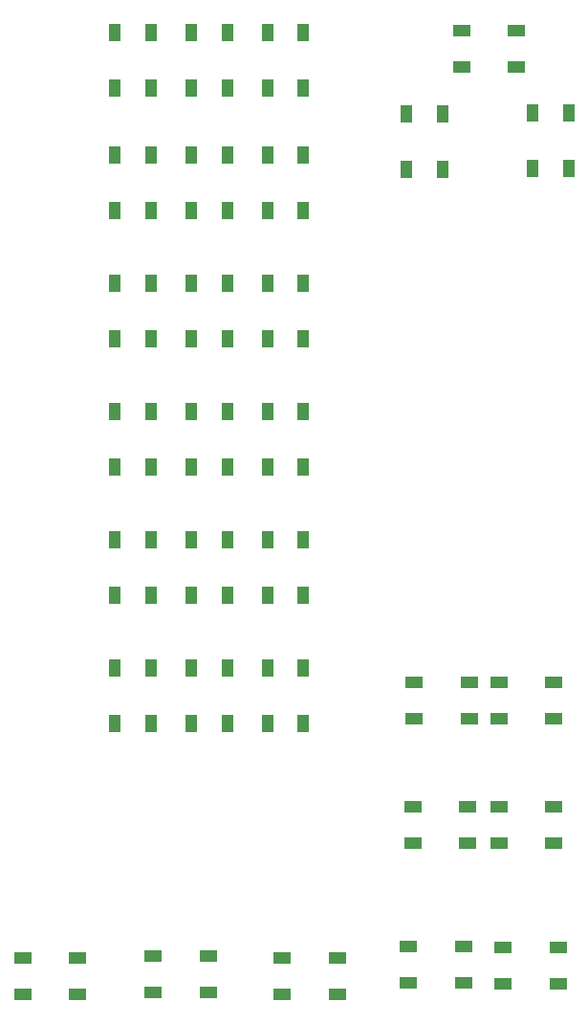
<source format=gbr>
G04 #@! TF.GenerationSoftware,KiCad,Pcbnew,(5.1.5-0-10_14)*
G04 #@! TF.CreationDate,2021-04-18T14:00:12+10:00*
G04 #@! TF.ProjectId,OH - Misc Lights,4f48202d-204d-4697-9363-204c69676874,rev?*
G04 #@! TF.SameCoordinates,Original*
G04 #@! TF.FileFunction,Paste,Top*
G04 #@! TF.FilePolarity,Positive*
%FSLAX46Y46*%
G04 Gerber Fmt 4.6, Leading zero omitted, Abs format (unit mm)*
G04 Created by KiCad (PCBNEW (5.1.5-0-10_14)) date 2021-04-18 14:00:12*
%MOMM*%
%LPD*%
G04 APERTURE LIST*
%ADD10R,1.000000X1.500000*%
%ADD11R,1.500000X1.000000*%
G04 APERTURE END LIST*
D10*
X215062000Y-85330200D03*
X218262000Y-85330200D03*
X215062000Y-80430200D03*
X218262000Y-80430200D03*
X208318000Y-85330200D03*
X211518000Y-85330200D03*
X208318000Y-80430200D03*
X211518000Y-80430200D03*
X201573000Y-85330200D03*
X204773000Y-85330200D03*
X201573000Y-80430200D03*
X204773000Y-80430200D03*
X215062000Y-96684000D03*
X218262000Y-96684000D03*
X215062000Y-91784000D03*
X218262000Y-91784000D03*
X215062000Y-73976400D03*
X218262000Y-73976400D03*
X215062000Y-69076400D03*
X218262000Y-69076400D03*
X201573000Y-51268800D03*
X204773000Y-51268800D03*
X201573000Y-46368800D03*
X204773000Y-46368800D03*
X215062000Y-62622600D03*
X218262000Y-62622600D03*
X215062000Y-57722600D03*
X218262000Y-57722600D03*
X208318000Y-96684000D03*
X211518000Y-96684000D03*
X208318000Y-91784000D03*
X211518000Y-91784000D03*
X208318000Y-73976400D03*
X211518000Y-73976400D03*
X208318000Y-69076400D03*
X211518000Y-69076400D03*
X215062000Y-51268800D03*
X218262000Y-51268800D03*
X215062000Y-46368800D03*
X218262000Y-46368800D03*
X208318000Y-62622600D03*
X211518000Y-62622600D03*
X208318000Y-57722600D03*
X211518000Y-57722600D03*
X201573000Y-96684000D03*
X204773000Y-96684000D03*
X201573000Y-91784000D03*
X204773000Y-91784000D03*
X201573000Y-73976400D03*
X204773000Y-73976400D03*
X201573000Y-69076400D03*
X204773000Y-69076400D03*
X208318000Y-51268800D03*
X211518000Y-51268800D03*
X208318000Y-46368800D03*
X211518000Y-46368800D03*
X201573000Y-62622600D03*
X204773000Y-62622600D03*
X201573000Y-57722600D03*
X204773000Y-57722600D03*
X208318000Y-40423000D03*
X211518000Y-40423000D03*
X208318000Y-35523000D03*
X211518000Y-35523000D03*
X201573000Y-40423000D03*
X204773000Y-40423000D03*
X201573000Y-35523000D03*
X204773000Y-35523000D03*
X215062000Y-40423000D03*
X218262000Y-40423000D03*
X215062000Y-35523000D03*
X218262000Y-35523000D03*
D11*
X193384000Y-117399000D03*
X193384000Y-120599000D03*
X198284000Y-117399000D03*
X198284000Y-120599000D03*
X204941000Y-117272000D03*
X204941000Y-120472000D03*
X209841000Y-117272000D03*
X209841000Y-120472000D03*
X216371000Y-117399000D03*
X216371000Y-120599000D03*
X221271000Y-117399000D03*
X221271000Y-120599000D03*
X227547000Y-116383000D03*
X227547000Y-119583000D03*
X232447000Y-116383000D03*
X232447000Y-119583000D03*
X235929000Y-116510000D03*
X235929000Y-119710000D03*
X240829000Y-116510000D03*
X240829000Y-119710000D03*
X227928000Y-104064000D03*
X227928000Y-107264000D03*
X232828000Y-104064000D03*
X232828000Y-107264000D03*
X235548000Y-104064000D03*
X235548000Y-107264000D03*
X240448000Y-104064000D03*
X240448000Y-107264000D03*
X228055000Y-93015000D03*
X228055000Y-96215000D03*
X232955000Y-93015000D03*
X232955000Y-96215000D03*
X235548000Y-93015000D03*
X235548000Y-96215000D03*
X240448000Y-93015000D03*
X240448000Y-96215000D03*
D10*
X238557000Y-47535000D03*
X241757000Y-47535000D03*
X238557000Y-42635000D03*
X241757000Y-42635000D03*
X227381000Y-47662000D03*
X230581000Y-47662000D03*
X227381000Y-42762000D03*
X230581000Y-42762000D03*
D11*
X232246000Y-35357000D03*
X232246000Y-38557000D03*
X237146000Y-35357000D03*
X237146000Y-38557000D03*
M02*

</source>
